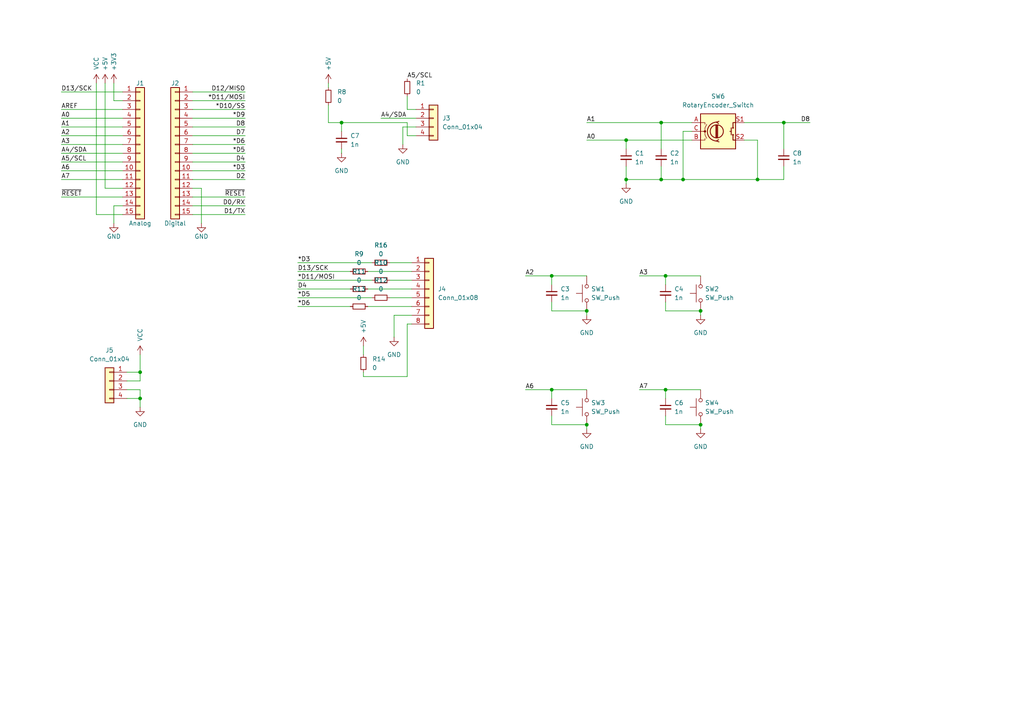
<source format=kicad_sch>
(kicad_sch (version 20231120) (generator "eeschema") (generator_version "8.0")
  (paper "A4")
  (title_block (date "sam. 04 avril 2015"))
  (lib_symbols
    (symbol "Connector_Generic:Conn_01x04" (pin_names (offset 1.016) hide)
      (property "Reference" "J" (at 0 5.08 0))
      (property "Value" "Conn_01x04" (at 0 -7.62 0))
      (symbol "Conn_01x04_1_1"
        (rectangle (start -1.27 -4.953) (end 0 -5.207) (stroke (width 0.1524)))
        (rectangle (start -1.27 -2.413) (end 0 -2.667) (stroke (width 0.1524)))
        (rectangle (start -1.27 0.127) (end 0 -0.127) (stroke (width 0.1524)))
        (rectangle (start -1.27 2.667) (end 0 2.413) (stroke (width 0.1524)))
        (rectangle (start -1.27 3.81) (end 1.27 -6.35) (stroke (width 0.254)) (fill (type background)))
        (pin passive line (at -5.08 2.54 0) (length 3.81) (name "Pin_1") (number "1"))
        (pin passive line (at -5.08 0 0) (length 3.81) (name "Pin_2") (number "2"))
        (pin passive line (at -5.08 -2.54 0) (length 3.81) (name "Pin_3") (number "3"))
        (pin passive line (at -5.08 -5.08 0) (length 3.81) (name "Pin_4") (number "4"))
      )
    )
    (symbol "Connector_Generic:Conn_01x08" (pin_names (offset 1.016) hide)
      (property "Reference" "J" (at 0 10.16 0))
      (property "Value" "Conn_01x08" (at 0 -12.7 0))
      (symbol "Conn_01x08_1_1"
        (rectangle (start -1.27 -10.033) (end 0 -10.287) (stroke (width 0.1524)))
        (rectangle (start -1.27 -7.493) (end 0 -7.747) (stroke (width 0.1524)))
        (rectangle (start -1.27 -4.953) (end 0 -5.207) (stroke (width 0.1524)))
        (rectangle (start -1.27 -2.413) (end 0 -2.667) (stroke (width 0.1524)))
        (rectangle (start -1.27 0.127) (end 0 -0.127) (stroke (width 0.1524)))
        (rectangle (start -1.27 2.667) (end 0 2.413) (stroke (width 0.1524)))
        (rectangle (start -1.27 5.207) (end 0 4.953) (stroke (width 0.1524)))
        (rectangle (start -1.27 7.747) (end 0 7.493) (stroke (width 0.1524)))
        (rectangle (start -1.27 8.89) (end 1.27 -11.43) (stroke (width 0.254)) (fill (type background)))
        (pin passive line (at -5.08 7.62 0) (length 3.81) (name "Pin_1") (number "1"))
        (pin passive line (at -5.08 5.08 0) (length 3.81) (name "Pin_2") (number "2"))
        (pin passive line (at -5.08 2.54 0) (length 3.81) (name "Pin_3") (number "3"))
        (pin passive line (at -5.08 0 0) (length 3.81) (name "Pin_4") (number "4"))
        (pin passive line (at -5.08 -2.54 0) (length 3.81) (name "Pin_5") (number "5"))
        (pin passive line (at -5.08 -5.08 0) (length 3.81) (name "Pin_6") (number "6"))
        (pin passive line (at -5.08 -7.62 0) (length 3.81) (name "Pin_7") (number "7"))
        (pin passive line (at -5.08 -10.16 0) (length 3.81) (name "Pin_8") (number "8"))
      )
    )
    (symbol "Connector_Generic:Conn_01x15" (pin_names (offset 1.016) hide)
      (property "Reference" "J" (at 0 20.32 0))
      (property "Value" "Conn_01x15" (at 0 -20.32 0))
      (symbol "Conn_01x15_1_1"
        (rectangle (start -1.27 -17.653) (end 0 -17.907) (stroke (width 0.1524)))
        (rectangle (start -1.27 -15.113) (end 0 -15.367) (stroke (width 0.1524)))
        (rectangle (start -1.27 -12.573) (end 0 -12.827) (stroke (width 0.1524)))
        (rectangle (start -1.27 -10.033) (end 0 -10.287) (stroke (width 0.1524)))
        (rectangle (start -1.27 -7.493) (end 0 -7.747) (stroke (width 0.1524)))
        (rectangle (start -1.27 -4.953) (end 0 -5.207) (stroke (width 0.1524)))
        (rectangle (start -1.27 -2.413) (end 0 -2.667) (stroke (width 0.1524)))
        (rectangle (start -1.27 0.127) (end 0 -0.127) (stroke (width 0.1524)))
        (rectangle (start -1.27 2.667) (end 0 2.413) (stroke (width 0.1524)))
        (rectangle (start -1.27 5.207) (end 0 4.953) (stroke (width 0.1524)))
        (rectangle (start -1.27 7.747) (end 0 7.493) (stroke (width 0.1524)))
        (rectangle (start -1.27 10.287) (end 0 10.033) (stroke (width 0.1524)))
        (rectangle (start -1.27 12.827) (end 0 12.573) (stroke (width 0.1524)))
        (rectangle (start -1.27 15.367) (end 0 15.113) (stroke (width 0.1524)))
        (rectangle (start -1.27 17.907) (end 0 17.653) (stroke (width 0.1524)))
        (rectangle (start -1.27 19.05) (end 1.27 -19.05) (stroke (width 0.254)) (fill (type background)))
        (pin passive line (at -5.08 17.78 0) (length 3.81) (name "Pin_1") (number "1"))
        (pin passive line (at -5.08 -5.08 0) (length 3.81) (name "Pin_10") (number "10"))
        (pin passive line (at -5.08 -7.62 0) (length 3.81) (name "Pin_11") (number "11"))
        (pin passive line (at -5.08 -10.16 0) (length 3.81) (name "Pin_12") (number "12"))
        (pin passive line (at -5.08 -12.7 0) (length 3.81) (name "Pin_13") (number "13"))
        (pin passive line (at -5.08 -15.24 0) (length 3.81) (name "Pin_14") (number "14"))
        (pin passive line (at -5.08 -17.78 0) (length 3.81) (name "Pin_15") (number "15"))
        (pin passive line (at -5.08 15.24 0) (length 3.81) (name "Pin_2") (number "2"))
        (pin passive line (at -5.08 12.7 0) (length 3.81) (name "Pin_3") (number "3"))
        (pin passive line (at -5.08 10.16 0) (length 3.81) (name "Pin_4") (number "4"))
        (pin passive line (at -5.08 7.62 0) (length 3.81) (name "Pin_5") (number "5"))
        (pin passive line (at -5.08 5.08 0) (length 3.81) (name "Pin_6") (number "6"))
        (pin passive line (at -5.08 2.54 0) (length 3.81) (name "Pin_7") (number "7"))
        (pin passive line (at -5.08 0 0) (length 3.81) (name "Pin_8") (number "8"))
        (pin passive line (at -5.08 -2.54 0) (length 3.81) (name "Pin_9") (number "9"))
      )
    )
    (symbol "Device:C_Small" (pin_numbers hide) (pin_names (offset 0.254) hide)
      (property "Reference" "C" (at 0.254 1.778 0))
      (property "Value" "C_Small" (at 0.254 -2.032 0))
      (symbol "C_Small_0_1"
        (polyline (pts (xy -1.524 -0.508) (xy 1.524 -0.508)) (stroke (width 0.3302)))
        (polyline (pts (xy -1.524 0.508) (xy 1.524 0.508)) (stroke (width 0.3048)))
      )
      (symbol "C_Small_1_1"
        (pin passive line (at 0 2.54 270) (length 2.032) (name "~") (number "1"))
        (pin passive line (at 0 -2.54 90) (length 2.032) (name "~") (number "2"))
      )
    )
    (symbol "Device:R_Small" (pin_numbers hide) (pin_names (offset 0.254) hide)
      (property "Reference" "R" (at 0.762 0.508 0))
      (property "Value" "R_Small" (at 0.762 -1.016 0))
      (symbol "R_Small_0_1"
        (rectangle (start -0.762 1.778) (end 0.762 -1.778) (stroke (width 0.2032)))
      )
      (symbol "R_Small_1_1"
        (pin passive line (at 0 2.54 270) (length 0.762) (name "~") (number "1"))
        (pin passive line (at 0 -2.54 90) (length 0.762) (name "~") (number "2"))
      )
    )
    (symbol "Device:RotaryEncoder_Switch" (pin_names (offset 0.254) hide)
      (property "Reference" "SW" (at 0 6.604 0))
      (property "Value" "RotaryEncoder_Switch" (at 0 -6.604 0))
      (symbol "RotaryEncoder_Switch_0_1"
        (rectangle (start -5.08 5.08) (end 5.08 -5.08) (stroke (width 0.254)) (fill (type background)))
        (circle (center -3.81 0) (radius 0.254) (fill (type outline)))
        (circle (center -0.381 0) (radius 1.905) (stroke (width 0.254)))
        (arc (start -0.381 2.667) (mid -3.0988 -0.0635) (end -0.381 -2.794) (stroke (width 0.254)))
        (polyline (pts (xy -0.635 -1.778) (xy -0.635 1.778)) (stroke (width 0.254)))
        (polyline (pts (xy -0.381 -1.778) (xy -0.381 1.778)) (stroke (width 0.254)))
        (polyline (pts (xy -0.127 1.778) (xy -0.127 -1.778)) (stroke (width 0.254)))
        (polyline (pts (xy 3.81 0) (xy 3.429 0)) (stroke (width 0.254)))
        (polyline (pts (xy 3.81 1.016) (xy 3.81 -1.016)) (stroke (width 0.254)))
        (polyline (pts (xy -5.08 -2.54) (xy -3.81 -2.54) (xy -3.81 -2.032)))
        (polyline (pts (xy -5.08 2.54) (xy -3.81 2.54) (xy -3.81 2.032)))
        (polyline (pts (xy 0.254 -3.048) (xy -0.508 -2.794) (xy 0.127 -2.413)) (stroke (width 0.254)))
        (polyline (pts (xy 0.254 2.921) (xy -0.508 2.667) (xy 0.127 2.286)) (stroke (width 0.254)))
        (polyline (pts (xy 5.08 -2.54) (xy 4.318 -2.54) (xy 4.318 -1.016)) (stroke (width 0.254)))
        (polyline (pts (xy 5.08 2.54) (xy 4.318 2.54) (xy 4.318 1.016)) (stroke (width 0.254)))
        (polyline (pts (xy -5.08 0) (xy -3.81 0) (xy -3.81 -1.016) (xy -3.302 -2.032)))
        (polyline (pts (xy -4.318 0) (xy -3.81 0) (xy -3.81 1.016) (xy -3.302 2.032)))
        (circle (center 4.318 -1.016) (radius 0.127) (stroke (width 0.254)))
        (circle (center 4.318 1.016) (radius 0.127) (stroke (width 0.254)))
      )
      (symbol "RotaryEncoder_Switch_1_1"
        (pin passive line (at -7.62 2.54 0) (length 2.54) (name "A") (number "A"))
        (pin passive line (at -7.62 -2.54 0) (length 2.54) (name "B") (number "B"))
        (pin passive line (at -7.62 0 0) (length 2.54) (name "C") (number "C"))
        (pin passive line (at 7.62 2.54 180) (length 2.54) (name "S1") (number "S1"))
        (pin passive line (at 7.62 -2.54 180) (length 2.54) (name "S2") (number "S2"))
      )
    )
    (symbol "GND_1" (power) (pin_numbers hide) (pin_names (offset 0) hide)
      (property "Value" "GND" (at 0 -3.81 0))
      (symbol "GND_1_0_1"
        (polyline (pts (xy 0 0) (xy 0 -1.27) (xy 1.27 -1.27) (xy 0 -2.54) (xy -1.27 -1.27) (xy 0 -1.27)))
      )
      (symbol "GND_1_1_1"
        (pin power_in line (at 0 0 270) (length 0) (name "~") (number "1"))
      )
    )
    (symbol "Switch:SW_Push" (pin_numbers hide) (pin_names (offset 1.016) hide)
      (property "Reference" "SW" (at 1.27 2.54 0))
      (property "Value" "SW_Push" (at 0 -1.524 0))
      (symbol "SW_Push_0_1"
        (circle (center -2.032 0) (radius 0.508))
        (polyline (pts (xy 0 1.27) (xy 0 3.048)))
        (polyline (pts (xy 2.54 1.27) (xy -2.54 1.27)))
        (circle (center 2.032 0) (radius 0.508))
        (pin passive line (at -5.08 0 0) (length 2.54) (name "1") (number "1"))
        (pin passive line (at 5.08 0 180) (length 2.54) (name "2") (number "2"))
      )
    )
    (symbol "power:+3.3V" (power) (pin_names (offset 0))
      (property "Value" "+3.3V" (at 0 3.556 0))
      (symbol "+3.3V_0_1"
        (polyline (pts (xy -0.762 1.27) (xy 0 2.54)))
        (polyline (pts (xy 0 0) (xy 0 2.54)))
        (polyline (pts (xy 0 2.54) (xy 0.762 1.27)))
      )
      (symbol "+3.3V_1_1"
        (pin power_in line (at 0 0 90) (length 0) hide (name "+3V3") (number "1"))
      )
    )
    (symbol "power:+5V" (power) (pin_names (offset 0))
      (property "Value" "+5V" (at 0 3.556 0))
      (symbol "+5V_0_1"
        (polyline (pts (xy -0.762 1.27) (xy 0 2.54)))
        (polyline (pts (xy 0 0) (xy 0 2.54)))
        (polyline (pts (xy 0 2.54) (xy 0.762 1.27)))
      )
      (symbol "+5V_1_1"
        (pin power_in line (at 0 0 90) (length 0) hide (name "+5V") (number "1"))
      )
    )
    (symbol "power:GND" (power) (pin_names (offset 0))
      (property "Value" "GND" (at 0 -3.81 0))
      (symbol "GND_0_1"
        (polyline (pts (xy 0 0) (xy 0 -1.27) (xy 1.27 -1.27) (xy 0 -2.54) (xy -1.27 -1.27) (xy 0 -1.27)))
      )
      (symbol "GND_1_1"
        (pin power_in line (at 0 0 270) (length 0) hide (name "GND") (number "1"))
      )
    )
    (symbol "power:VCC" (power) (pin_names (offset 0))
      (property "Value" "VCC" (at 0 3.81 0))
      (symbol "VCC_0_1"
        (polyline (pts (xy -0.762 1.27) (xy 0 2.54)))
        (polyline (pts (xy 0 0) (xy 0 2.54)))
        (polyline (pts (xy 0 2.54) (xy 0.762 1.27)))
      )
      (symbol "VCC_1_1"
        (pin power_in line (at 0 0 90) (length 0) hide (name "VCC") (number "1"))
      )
    )
  )
  (junction (at 170.18 90.17))
  (junction (at 160.02 113.03))
  (junction (at 160.02 80.01))
  (junction (at 227.33 35.56))
  (junction (at 191.77 35.56))
  (junction (at 191.77 52.07))
  (junction (at 219.71 52.07))
  (junction (at 181.61 52.07))
  (junction (at 193.04 113.03))
  (junction (at 40.64 115.57))
  (junction (at 203.2 90.17))
  (junction (at 203.2 123.19))
  (junction (at 198.12 52.07))
  (junction (at 40.64 107.95))
  (junction (at 170.18 123.19))
  (junction (at 99.06 35.56))
  (junction (at 193.04 80.01))
  (junction (at 181.61 40.64))
  (wire (pts (xy 55.88 59.69) (xy 71.12 59.69)))
  (wire (pts (xy 86.36 76.2) (xy 107.95 76.2)))
  (wire (pts (xy 160.02 87.63) (xy 160.02 90.17)))
  (wire (pts (xy 116.84 36.83) (xy 120.65 36.83)))
  (wire (pts (xy 36.83 113.03) (xy 40.64 113.03)))
  (wire (pts (xy 118.11 35.56) (xy 118.11 39.37)))
  (wire (pts (xy 35.56 29.21) (xy 33.02 29.21)))
  (wire (pts (xy 203.2 124.46) (xy 203.2 123.19)))
  (wire (pts (xy 181.61 52.07) (xy 191.77 52.07)))
  (wire (pts (xy 193.04 113.03) (xy 193.04 115.57)))
  (wire (pts (xy 191.77 52.07) (xy 191.77 48.26)))
  (wire (pts (xy 181.61 53.34) (xy 181.61 52.07)))
  (wire (pts (xy 17.78 39.37) (xy 35.56 39.37)))
  (wire (pts (xy 17.78 44.45) (xy 35.56 44.45)))
  (wire (pts (xy 106.68 83.82) (xy 119.38 83.82)))
  (wire (pts (xy 181.61 43.18) (xy 181.61 40.64)))
  (wire (pts (xy 185.42 113.03) (xy 193.04 113.03)))
  (wire (pts (xy 170.18 35.56) (xy 191.77 35.56)))
  (wire (pts (xy 160.02 80.01) (xy 160.02 82.55)))
  (wire (pts (xy 170.18 124.46) (xy 170.18 123.19)))
  (wire (pts (xy 30.48 24.13) (xy 30.48 54.61)))
  (wire (pts (xy 35.56 54.61) (xy 30.48 54.61)))
  (wire (pts (xy 198.12 38.1) (xy 198.12 52.07)))
  (wire (pts (xy 118.11 31.75) (xy 120.65 31.75)))
  (wire (pts (xy 95.25 30.48) (xy 95.25 35.56)))
  (wire (pts (xy 17.78 41.91) (xy 35.56 41.91)))
  (wire (pts (xy 40.64 110.49) (xy 36.83 110.49)))
  (wire (pts (xy 55.88 31.75) (xy 71.12 31.75)))
  (wire (pts (xy 86.36 81.28) (xy 107.95 81.28)))
  (wire (pts (xy 105.41 100.33) (xy 105.41 102.87)))
  (wire (pts (xy 99.06 35.56) (xy 95.25 35.56)))
  (wire (pts (xy 193.04 123.19) (xy 203.2 123.19)))
  (wire (pts (xy 99.06 35.56) (xy 99.06 38.1)))
  (wire (pts (xy 118.11 27.94) (xy 118.11 31.75)))
  (wire (pts (xy 227.33 52.07) (xy 219.71 52.07)))
  (wire (pts (xy 55.88 36.83) (xy 71.12 36.83)))
  (wire (pts (xy 185.42 80.01) (xy 193.04 80.01)))
  (wire (pts (xy 55.88 39.37) (xy 71.12 39.37)))
  (wire (pts (xy 40.64 118.11) (xy 40.64 115.57)))
  (wire (pts (xy 40.64 107.95) (xy 36.83 107.95)))
  (wire (pts (xy 106.68 88.9) (xy 119.38 88.9)))
  (wire (pts (xy 86.36 88.9) (xy 101.6 88.9)))
  (wire (pts (xy 160.02 113.03) (xy 160.02 115.57)))
  (wire (pts (xy 227.33 35.56) (xy 227.33 43.18)))
  (wire (pts (xy 55.88 52.07) (xy 71.12 52.07)))
  (wire (pts (xy 152.4 80.01) (xy 160.02 80.01)))
  (wire (pts (xy 170.18 40.64) (xy 181.61 40.64)))
  (wire (pts (xy 113.03 81.28) (xy 119.38 81.28)))
  (wire (pts (xy 86.36 86.36) (xy 107.95 86.36)))
  (wire (pts (xy 181.61 52.07) (xy 181.61 48.26)))
  (wire (pts (xy 160.02 120.65) (xy 160.02 123.19)))
  (wire (pts (xy 193.04 80.01) (xy 203.2 80.01)))
  (wire (pts (xy 17.78 31.75) (xy 35.56 31.75)))
  (wire (pts (xy 40.64 113.03) (xy 40.64 115.57)))
  (wire (pts (xy 215.9 40.64) (xy 219.71 40.64)))
  (wire (pts (xy 160.02 80.01) (xy 170.18 80.01)))
  (wire (pts (xy 160.02 113.03) (xy 170.18 113.03)))
  (wire (pts (xy 55.88 44.45) (xy 71.12 44.45)))
  (wire (pts (xy 33.02 24.13) (xy 33.02 29.21)))
  (wire (pts (xy 55.88 54.61) (xy 58.42 54.61)))
  (wire (pts (xy 114.3 91.44) (xy 119.38 91.44)))
  (wire (pts (xy 55.88 26.67) (xy 71.12 26.67)))
  (wire (pts (xy 27.94 24.13) (xy 27.94 62.23)))
  (wire (pts (xy 35.56 62.23) (xy 27.94 62.23)))
  (wire (pts (xy 227.33 48.26) (xy 227.33 52.07)))
  (wire (pts (xy 219.71 52.07) (xy 198.12 52.07)))
  (wire (pts (xy 17.78 57.15) (xy 35.56 57.15)))
  (wire (pts (xy 215.9 35.56) (xy 227.33 35.56)))
  (wire (pts (xy 200.66 38.1) (xy 198.12 38.1)))
  (wire (pts (xy 55.88 41.91) (xy 71.12 41.91)))
  (wire (pts (xy 55.88 46.99) (xy 71.12 46.99)))
  (wire (pts (xy 193.04 90.17) (xy 203.2 90.17)))
  (wire (pts (xy 113.03 76.2) (xy 119.38 76.2)))
  (wire (pts (xy 227.33 35.56) (xy 234.95 35.56)))
  (wire (pts (xy 114.3 97.79) (xy 114.3 91.44)))
  (wire (pts (xy 118.11 39.37) (xy 120.65 39.37)))
  (wire (pts (xy 219.71 40.64) (xy 219.71 52.07)))
  (wire (pts (xy 110.49 34.29) (xy 120.65 34.29)))
  (wire (pts (xy 17.78 34.29) (xy 35.56 34.29)))
  (wire (pts (xy 105.41 107.95) (xy 105.41 109.22)))
  (wire (pts (xy 99.06 35.56) (xy 118.11 35.56)))
  (wire (pts (xy 193.04 120.65) (xy 193.04 123.19)))
  (wire (pts (xy 191.77 35.56) (xy 191.77 43.18)))
  (wire (pts (xy 86.36 78.74) (xy 101.6 78.74)))
  (wire (pts (xy 17.78 26.67) (xy 35.56 26.67)))
  (wire (pts (xy 160.02 90.17) (xy 170.18 90.17)))
  (wire (pts (xy 113.03 86.36) (xy 119.38 86.36)))
  (wire (pts (xy 55.88 49.53) (xy 71.12 49.53)))
  (wire (pts (xy 86.36 83.82) (xy 101.6 83.82)))
  (wire (pts (xy 118.11 109.22) (xy 118.11 93.98)))
  (wire (pts (xy 17.78 52.07) (xy 35.56 52.07)))
  (wire (pts (xy 17.78 46.99) (xy 35.56 46.99)))
  (wire (pts (xy 105.41 109.22) (xy 118.11 109.22)))
  (wire (pts (xy 152.4 113.03) (xy 160.02 113.03)))
  (wire (pts (xy 198.12 52.07) (xy 191.77 52.07)))
  (wire (pts (xy 99.06 43.18) (xy 99.06 44.45)))
  (wire (pts (xy 55.88 34.29) (xy 71.12 34.29)))
  (wire (pts (xy 55.88 57.15) (xy 71.12 57.15)))
  (wire (pts (xy 58.42 54.61) (xy 58.42 64.77)))
  (wire (pts (xy 55.88 62.23) (xy 71.12 62.23)))
  (wire (pts (xy 181.61 40.64) (xy 200.66 40.64)))
  (wire (pts (xy 40.64 107.95) (xy 40.64 110.49)))
  (wire (pts (xy 193.04 113.03) (xy 203.2 113.03)))
  (wire (pts (xy 116.84 36.83) (xy 116.84 41.91)))
  (wire (pts (xy 17.78 49.53) (xy 35.56 49.53)))
  (wire (pts (xy 193.04 87.63) (xy 193.04 90.17)))
  (wire (pts (xy 203.2 91.44) (xy 203.2 90.17)))
  (wire (pts (xy 40.64 115.57) (xy 36.83 115.57)))
  (wire (pts (xy 40.64 102.87) (xy 40.64 107.95)))
  (wire (pts (xy 95.25 24.13) (xy 95.25 25.4)))
  (wire (pts (xy 106.68 78.74) (xy 119.38 78.74)))
  (wire (pts (xy 191.77 35.56) (xy 200.66 35.56)))
  (wire (pts (xy 160.02 123.19) (xy 170.18 123.19)))
  (wire (pts (xy 33.02 59.69) (xy 33.02 64.77)))
  (wire (pts (xy 35.56 59.69) (xy 33.02 59.69)))
  (wire (pts (xy 17.78 36.83) (xy 35.56 36.83)))
  (wire (pts (xy 193.04 80.01) (xy 193.04 82.55)))
  (wire (pts (xy 170.18 91.44) (xy 170.18 90.17)))
  (wire (pts (xy 118.11 93.98) (xy 119.38 93.98)))
  (wire (pts (xy 55.88 29.21) (xy 71.12 29.21)))
  (label "D4" (at 71.12 46.99 180))
  (label "D8" (at 234.95 35.56 180))
  (label "*D5" (at 71.12 44.45 180))
  (label "A4{slash}SDA" (at 110.49 34.29 0))
  (label "A2" (at 17.78 39.37 0))
  (label "A5{slash}SCL" (at 118.11 22.86 0))
  (label "D7" (at 71.12 39.37 180))
  (label "A3" (at 185.42 80.01 0))
  (label "A2" (at 152.4 80.01 0))
  (label "A7" (at 185.42 113.03 0))
  (label "*D6" (at 86.36 88.9 0))
  (label "A0" (at 170.18 40.64 0))
  (label "D13{slash}SCK" (at 17.78 26.67 0))
  (label "A7" (at 17.78 52.07 0))
  (label "A1" (at 170.18 35.56 0))
  (label "*D6" (at 71.12 41.91 180))
  (label "*D11{slash}MOSI" (at 71.12 29.21 180))
  (label "A1" (at 17.78 36.83 0))
  (label "*D3" (at 86.36 76.2 0))
  (label "A4{slash}SDA" (at 17.78 44.45 0))
  (label "A5{slash}SCL" (at 17.78 46.99 0))
  (label "*D5" (at 86.36 86.36 0))
  (label "D4" (at 86.36 83.82 0))
  (label "A3" (at 17.78 41.91 0))
  (label "~{RESET}" (at 71.12 57.15 180))
  (label "~{RESET}" (at 17.78 57.15 0))
  (label "A6" (at 17.78 49.53 0))
  (label "A0" (at 17.78 34.29 0))
  (label "*D9" (at 71.12 34.29 180))
  (label "*D11{slash}MOSI" (at 86.36 81.28 0))
  (label "A6" (at 152.4 113.03 0))
  (label "*D3" (at 71.12 49.53 180))
  (label "D13{slash}SCK" (at 86.36 78.74 0))
  (label "D2" (at 71.12 52.07 180))
  (label "D8" (at 71.12 36.83 180))
  (label "D1{slash}TX" (at 71.12 62.23 180))
  (label "D0{slash}RX" (at 71.12 59.69 180))
  (label "AREF" (at 17.78 31.75 0))
  (label "*D10{slash}SS" (at 71.12 31.75 180))
  (label "D12{slash}MISO" (at 71.12 26.67 180))
  (symbol (lib_id "Connector_Generic:Conn_01x15") (at 40.64 44.45 0) (unit 1)
    (property "Reference" "J1" (at 40.64 24.13 0))
    (property "Value" "Analog" (at 40.64 64.77 0))
    (property "Footprint" "Connector_PinHeader_2.54mm:PinHeader_1x15_P2.54mm_Vertical" (effects (hide yes)))
  )
  (symbol (lib_id "Connector_Generic:Conn_01x15") (at 50.8 44.45 0) (mirror y) (unit 1)
    (property "Reference" "J2" (at 50.8 24.13 0))
    (property "Value" "Digital" (at 50.8 64.77 0))
    (property "Footprint" "Connector_PinHeader_2.54mm:PinHeader_1x15_P2.54mm_Vertical" (effects (hide yes)))
  )
  (symbol (lib_name "GND_1") (lib_id "power:GND") (at 170.18 91.44 0) (unit 1)
    (property "Reference" "#PWR01" (effects (hide yes)))
    (property "Value" "GND" (at 170.18 96.52 0))
    (property "Description" "Power symbol creates a global label with name \"GND\" , ground" (effects (hide yes)))
  )
  (symbol (lib_id "Device:R_Small") (at 104.14 88.9 270) (unit 1)
    (property "Reference" "R13" (at 104.14 83.82 90))
    (property "Value" "0" (at 104.14 86.36 90))
    (property "Footprint" "Resistor_SMD:R_1206_3216Metric" (effects (hide yes)))
    (property "Description" "Resistor, small symbol" (effects (hide yes)))
  )
  (symbol (lib_id "Device:RotaryEncoder_Switch") (at 208.28 38.1 0) (unit 1)
    (property "Reference" "SW6" (at 208.28 27.94 0))
    (property "Value" "RotaryEncoder_Switch" (at 208.28 30.48 0))
    (property "Footprint" "Rotary_Encoder:RotaryEncoder_Alps_EC11E-Switch_Vertical_H20mm" (effects (hide yes)))
    (property "Description" "Rotary encoder, dual channel, incremental quadrate outputs, with switch" (effects (hide yes)))
  )
  (symbol (lib_id "Device:R_Small") (at 110.49 86.36 270) (unit 1)
    (property "Reference" "R12" (at 110.49 81.28 90))
    (property "Value" "0" (at 110.49 83.82 90))
    (property "Footprint" "Resistor_SMD:R_1206_3216Metric" (effects (hide yes)))
    (property "Description" "Resistor, small symbol" (effects (hide yes)))
  )
  (symbol (lib_id "power:VCC") (at 40.64 102.87 0) (unit 1)
    (property "Reference" "#PWR07" (effects (hide yes)))
    (property "Value" "VCC" (at 40.64 99.06 90) (effects (justify left)))
  )
  (symbol (lib_name "GND_1") (lib_id "power:GND") (at 203.2 91.44 0) (unit 1)
    (property "Reference" "#PWR06" (effects (hide yes)))
    (property "Value" "GND" (at 203.2 96.52 0))
    (property "Description" "Power symbol creates a global label with name \"GND\" , ground" (effects (hide yes)))
  )
  (symbol (lib_id "Device:R_Small") (at 110.49 76.2 90) (unit 1)
    (property "Reference" "R16" (at 110.49 71.12 90))
    (property "Value" "0" (at 110.49 73.66 90))
    (property "Footprint" "Resistor_SMD:R_1206_3216Metric" (effects (hide yes)))
    (property "Description" "Resistor, small symbol" (effects (hide yes)))
  )
  (symbol (lib_name "GND_1") (lib_id "power:GND") (at 203.2 124.46 0) (unit 1)
    (property "Reference" "#PWR010" (effects (hide yes)))
    (property "Value" "GND" (at 203.2 129.54 0))
    (property "Description" "Power symbol creates a global label with name \"GND\" , ground" (effects (hide yes)))
  )
  (symbol (lib_name "GND_1") (lib_id "power:GND") (at 116.84 41.91 0) (unit 1)
    (property "Reference" "#PWR011" (effects (hide yes)))
    (property "Value" "GND" (at 116.84 46.99 0))
    (property "Description" "Power symbol creates a global label with name \"GND\" , ground" (effects (hide yes)))
  )
  (symbol (lib_id "Device:R_Small") (at 105.41 105.41 180) (unit 1)
    (property "Reference" "R14" (at 107.95 104.1399 0) (effects (justify right)))
    (property "Value" "0" (at 107.95 106.6799 0) (effects (justify right)))
    (property "Footprint" "Resistor_SMD:R_1206_3216Metric" (effects (hide yes)))
    (property "Description" "Resistor, small symbol" (effects (hide yes)))
  )
  (symbol (lib_id "Switch:SW_Push") (at 170.18 118.11 90) (unit 1)
    (property "Reference" "SW3" (at 171.45 116.8399 90) (effects (justify right)))
    (property "Value" "SW_Push" (at 171.45 119.3799 90) (effects (justify right)))
    (property "Footprint" "Button_Switch_THT:SW_PUSH_6mm" (effects (hide yes)))
    (property "Description" "Push button switch, generic, two pins" (effects (hide yes)))
  )
  (symbol (lib_id "Device:R_Small") (at 110.49 81.28 270) (unit 1)
    (property "Reference" "R10" (at 110.49 76.2 90))
    (property "Value" "0" (at 110.49 78.74 90))
    (property "Footprint" "Resistor_SMD:R_1206_3216Metric" (effects (hide yes)))
    (property "Description" "Resistor, small symbol" (effects (hide yes)))
  )
  (symbol (lib_name "GND_1") (lib_id "power:GND") (at 114.3 97.79 0) (unit 1)
    (property "Reference" "#PWR016" (effects (hide yes)))
    (property "Value" "GND" (at 114.3 102.87 0))
    (property "Description" "Power symbol creates a global label with name \"GND\" , ground" (effects (hide yes)))
  )
  (symbol (lib_id "Device:C_Small") (at 181.61 45.72 0) (unit 1)
    (property "Reference" "C1" (at 184.15 44.4562 0) (effects (justify left)))
    (property "Value" "1n" (at 184.15 46.9962 0) (effects (justify left)))
    (property "Footprint" "Capacitor_SMD:C_1206_3216Metric" (effects (hide yes)))
    (property "Description" "Unpolarized capacitor, small symbol" (effects (hide yes)))
  )
  (symbol (lib_name "GND_1") (lib_id "power:GND") (at 40.64 118.11 0) (unit 1)
    (property "Reference" "#PWR05" (effects (hide yes)))
    (property "Value" "GND" (at 40.64 123.19 0))
    (property "Description" "Power symbol creates a global label with name \"GND\" , ground" (effects (hide yes)))
  )
  (symbol (lib_id "Device:R_Small") (at 95.25 27.94 180) (unit 1)
    (property "Reference" "R8" (at 97.79 26.6699 0) (effects (justify right)))
    (property "Value" "0" (at 97.79 29.2099 0) (effects (justify right)))
    (property "Footprint" "Resistor_SMD:R_1206_3216Metric" (effects (hide yes)))
    (property "Description" "Resistor, small symbol" (effects (hide yes)))
  )
  (symbol (lib_id "Switch:SW_Push") (at 203.2 85.09 90) (unit 1)
    (property "Reference" "SW2" (at 204.47 83.8199 90) (effects (justify right)))
    (property "Value" "SW_Push" (at 204.47 86.3599 90) (effects (justify right)))
    (property "Footprint" "Button_Switch_THT:SW_PUSH_6mm" (effects (hide yes)))
    (property "Description" "Push button switch, generic, two pins" (effects (hide yes)))
  )
  (symbol (lib_id "power:+5V") (at 30.48 24.13 0) (unit 1)
    (property "Reference" "#PWR0103" (effects (hide yes)))
    (property "Value" "+5V" (at 30.48 20.574 90) (effects (justify left)))
  )
  (symbol (lib_id "power:+3.3V") (at 33.02 24.13 0) (unit 1)
    (property "Reference" "#PWR0102" (effects (hide yes)))
    (property "Value" "+3V3" (at 33.02 20.574 90) (effects (justify left)))
  )
  (symbol (lib_id "power:VCC") (at 27.94 24.13 0) (unit 1)
    (property "Reference" "#PWR0101" (effects (hide yes)))
    (property "Value" "VCC" (at 27.94 20.32 90) (effects (justify left)))
  )
  (symbol (lib_id "Switch:SW_Push") (at 170.18 85.09 90) (unit 1)
    (property "Reference" "SW1" (at 171.45 83.8199 90) (effects (justify right)))
    (property "Value" "SW_Push" (at 171.45 86.3599 90) (effects (justify right)))
    (property "Footprint" "Button_Switch_THT:SW_PUSH_6mm" (effects (hide yes)))
    (property "Description" "Push button switch, generic, two pins" (effects (hide yes)))
  )
  (symbol (lib_id "Device:C_Small") (at 160.02 85.09 0) (unit 1)
    (property "Reference" "C3" (at 162.56 83.8262 0) (effects (justify left)))
    (property "Value" "1n" (at 162.56 86.3662 0) (effects (justify left)))
    (property "Footprint" "Capacitor_SMD:C_1206_3216Metric" (effects (hide yes)))
    (property "Description" "Unpolarized capacitor, small symbol" (effects (hide yes)))
  )
  (symbol (lib_id "Device:R_Small") (at 104.14 83.82 270) (unit 1)
    (property "Reference" "R11" (at 104.14 78.74 90))
    (property "Value" "0" (at 104.14 81.28 90))
    (property "Footprint" "Resistor_SMD:R_1206_3216Metric" (effects (hide yes)))
    (property "Description" "Resistor, small symbol" (effects (hide yes)))
  )
  (symbol (lib_id "Device:R_Small") (at 118.11 25.4 180) (unit 1)
    (property "Reference" "R1" (at 120.65 24.1299 0) (effects (justify right)))
    (property "Value" "0" (at 120.65 26.6699 0) (effects (justify right)))
    (property "Footprint" "Resistor_SMD:R_1206_3216Metric" (effects (hide yes)))
    (property "Description" "Resistor, small symbol" (effects (hide yes)))
  )
  (symbol (lib_name "GND_1") (lib_id "power:GND") (at 181.61 53.34 0) (unit 1)
    (property "Reference" "#PWR04" (effects (hide yes)))
    (property "Value" "GND" (at 181.61 58.42 0))
    (property "Description" "Power symbol creates a global label with name \"GND\" , ground" (effects (hide yes)))
  )
  (symbol (lib_id "Connector_Generic:Conn_01x04") (at 125.73 34.29 0) (unit 1)
    (property "Reference" "J3" (at 128.27 34.2899 0) (effects (justify left)))
    (property "Value" "Conn_01x04" (at 128.27 36.8299 0) (effects (justify left)))
    (property "Footprint" "Connector_PinHeader_2.54mm:PinHeader_1x04_P2.54mm_Vertical" (effects (hide yes)))
    (property "Description" "Generic connector, single row, 01x04, script generated (kicad-library-utils/schlib/autogen/connector/)" (effects (hide yes)))
  )
  (symbol (lib_id "Device:R_Small") (at 104.14 78.74 270) (unit 1)
    (property "Reference" "R9" (at 104.14 73.66 90))
    (property "Value" "0" (at 104.14 76.2 90))
    (property "Footprint" "Resistor_SMD:R_1206_3216Metric" (effects (hide yes)))
    (property "Description" "Resistor, small symbol" (effects (hide yes)))
  )
  (symbol (lib_id "power:GND") (at 58.42 64.77 0) (unit 1)
    (property "Reference" "#PWR0105" (effects (hide yes)))
    (property "Value" "GND" (at 58.42 68.58 0))
  )
  (symbol (lib_id "Device:C_Small") (at 193.04 118.11 0) (unit 1)
    (property "Reference" "C6" (at 195.58 116.8462 0) (effects (justify left)))
    (property "Value" "1n" (at 195.58 119.3862 0) (effects (justify left)))
    (property "Footprint" "Capacitor_SMD:C_1206_3216Metric" (effects (hide yes)))
    (property "Description" "Unpolarized capacitor, small symbol" (effects (hide yes)))
  )
  (symbol (lib_id "Device:C_Small") (at 99.06 40.64 0) (unit 1)
    (property "Reference" "C7" (at 101.6 39.3762 0) (effects (justify left)))
    (property "Value" "1n" (at 101.6 41.9162 0) (effects (justify left)))
    (property "Footprint" "Capacitor_SMD:C_1206_3216Metric" (effects (hide yes)))
    (property "Description" "Unpolarized capacitor, small symbol" (effects (hide yes)))
  )
  (symbol (lib_id "Switch:SW_Push") (at 203.2 118.11 90) (unit 1)
    (property "Reference" "SW4" (at 204.47 116.8399 90) (effects (justify right)))
    (property "Value" "SW_Push" (at 204.47 119.3799 90) (effects (justify right)))
    (property "Footprint" "Button_Switch_THT:SW_PUSH_6mm" (effects (hide yes)))
    (property "Description" "Push button switch, generic, two pins" (effects (hide yes)))
  )
  (symbol (lib_name "GND_1") (lib_id "power:GND") (at 170.18 124.46 0) (unit 1)
    (property "Reference" "#PWR08" (effects (hide yes)))
    (property "Value" "GND" (at 170.18 129.54 0))
    (property "Description" "Power symbol creates a global label with name \"GND\" , ground" (effects (hide yes)))
  )
  (symbol (lib_id "power:+5V") (at 105.41 100.33 0) (unit 1)
    (property "Reference" "#PWR017" (effects (hide yes)))
    (property "Value" "+5V" (at 105.41 96.774 90) (effects (justify left)))
  )
  (symbol (lib_name "GND_1") (lib_id "power:GND") (at 99.06 44.45 0) (unit 1)
    (property "Reference" "#PWR014" (effects (hide yes)))
    (property "Value" "GND" (at 99.06 49.53 0))
    (property "Description" "Power symbol creates a global label with name \"GND\" , ground" (effects (hide yes)))
  )
  (symbol (lib_id "power:+5V") (at 95.25 24.13 0) (unit 1)
    (property "Reference" "#PWR013" (effects (hide yes)))
    (property "Value" "+5V" (at 95.25 20.574 90) (effects (justify left)))
  )
  (symbol (lib_id "Device:C_Small") (at 160.02 118.11 0) (unit 1)
    (property "Reference" "C5" (at 162.56 116.8462 0) (effects (justify left)))
    (property "Value" "1n" (at 162.56 119.3862 0) (effects (justify left)))
    (property "Footprint" "Capacitor_SMD:C_1206_3216Metric" (effects (hide yes)))
    (property "Description" "Unpolarized capacitor, small symbol" (effects (hide yes)))
  )
  (symbol (lib_id "Device:C_Small") (at 191.77 45.72 0) (unit 1)
    (property "Reference" "C2" (at 194.31 44.4562 0) (effects (justify left)))
    (property "Value" "1n" (at 194.31 46.9962 0) (effects (justify left)))
    (property "Footprint" "Capacitor_SMD:C_1206_3216Metric" (effects (hide yes)))
    (property "Description" "Unpolarized capacitor, small symbol" (effects (hide yes)))
  )
  (symbol (lib_id "Connector_Generic:Conn_01x08") (at 124.46 83.82 0) (unit 1)
    (property "Reference" "J4" (at 127 83.8199 0) (effects (justify left)))
    (property "Value" "Conn_01x08" (at 127 86.3599 0) (effects (justify left)))
    (property "Footprint" "Connector_PinHeader_2.54mm:PinHeader_1x08_P2.54mm_Vertical" (effects (hide yes)))
    (property "Description" "Generic connector, single row, 01x08, script generated (kicad-library-utils/schlib/autogen/connector/)" (effects (hide yes)))
  )
  (symbol (lib_id "power:GND") (at 33.02 64.77 0) (unit 1)
    (property "Reference" "#PWR0104" (effects (hide yes)))
    (property "Value" "GND" (at 33.02 68.58 0))
  )
  (symbol (lib_id "Device:C_Small") (at 193.04 85.09 0) (unit 1)
    (property "Reference" "C4" (at 195.58 83.8262 0) (effects (justify left)))
    (property "Value" "1n" (at 195.58 86.3662 0) (effects (justify left)))
    (property "Footprint" "Capacitor_SMD:C_1206_3216Metric" (effects (hide yes)))
    (property "Description" "Unpolarized capacitor, small symbol" (effects (hide yes)))
  )
  (symbol (lib_id "Connector_Generic:Conn_01x04") (at 31.75 110.49 0) (mirror y) (unit 1)
    (property "Reference" "J5" (at 31.75 101.6 0))
    (property "Value" "Conn_01x04" (at 31.75 104.14 0))
    (property "Footprint" "Connector_PinHeader_2.54mm:PinHeader_1x04_P2.54mm_Vertical" (effects (hide yes)))
    (property "Description" "Generic connector, single row, 01x04, script generated (kicad-library-utils/schlib/autogen/connector/)" (effects (hide yes)))
  )
  (symbol (lib_id "Device:C_Small") (at 227.33 45.72 0) (unit 1)
    (property "Reference" "C8" (at 229.87 44.4562 0) (effects (justify left)))
    (property "Value" "1n" (at 229.87 46.9962 0) (effects (justify left)))
    (property "Footprint" "Capacitor_SMD:C_1206_3216Metric" (effects (hide yes)))
    (property "Description" "Unpolarized capacitor, small symbol" (effects (hide yes)))
  )
)
</source>
